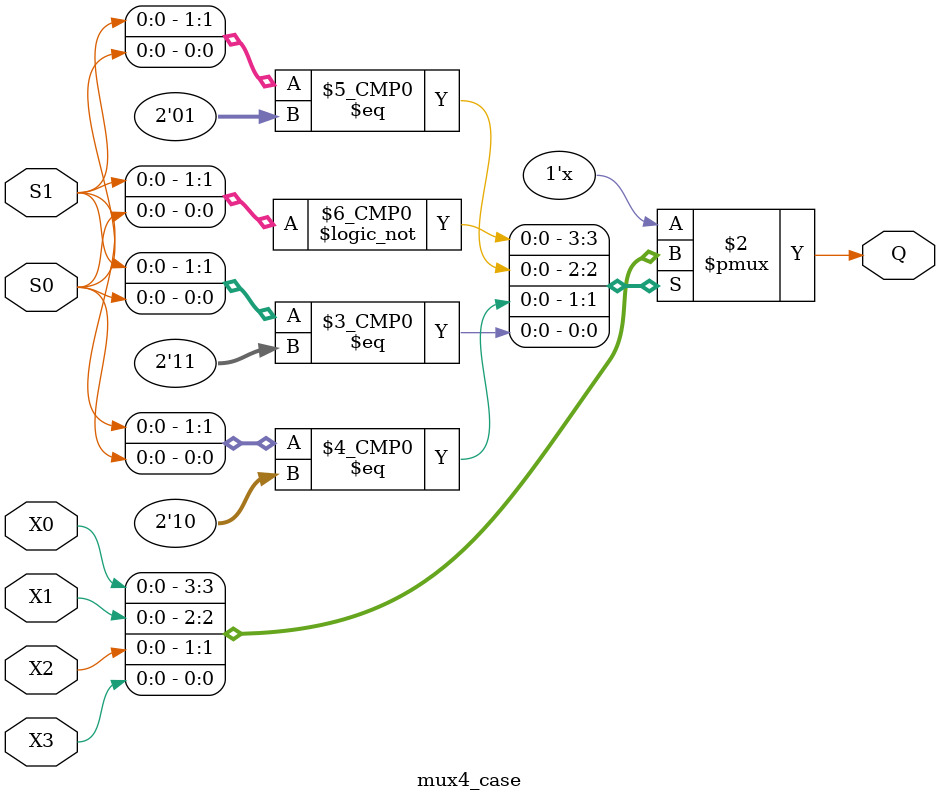
<source format=sv>
module mux4_case(
    input  logic S1, S0,
    input  logic X0, X1, X2, X3,
    output logic Q
);
    always_comb begin
        case ({S1, S0})
            2'b00: Q = X0;
            2'b01: Q = X1;
            2'b10: Q = X2;
            2'b11: Q = X3;
        endcase
    end
endmodule
</source>
